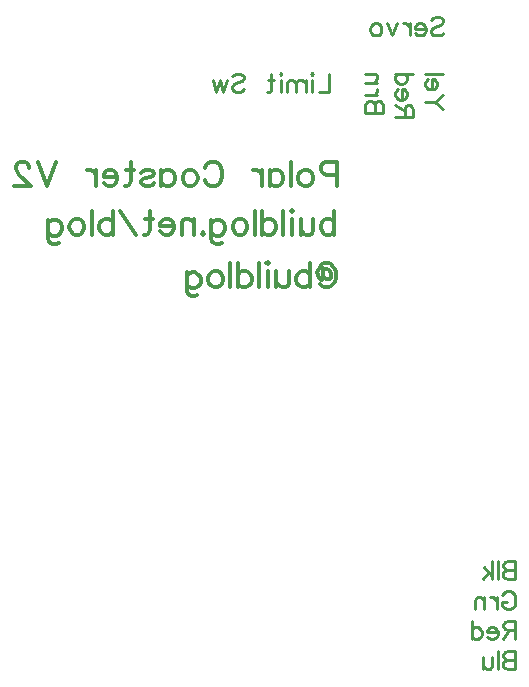
<source format=gbr>
G04 DipTrace 3.3.0.0*
G04 BottomSilk.gbr*
%MOIN*%
G04 #@! TF.FileFunction,Legend,Bot*
G04 #@! TF.Part,Single*
%ADD102C,0.009264*%
%ADD103C,0.012351*%
%FSLAX26Y26*%
G04*
G70*
G90*
G75*
G01*
G04 BotSilk*
%LPD*%
X2453102Y4169211D2*
D102*
X2392814D1*
Y4195077D1*
X2395732Y4203699D1*
X2398584Y4206551D1*
X2404288Y4209403D1*
X2412910D1*
X2418680Y4206551D1*
X2421532Y4203699D1*
X2424384Y4195077D1*
X2427302Y4203699D1*
X2430154Y4206551D1*
X2435858Y4209403D1*
X2441628D1*
X2447332Y4206551D1*
X2450250Y4203699D1*
X2453102Y4195077D1*
Y4169211D1*
X2424384D2*
Y4195077D1*
X2433006Y4227930D2*
X2392814D1*
X2415762D2*
X2424384Y4230848D1*
X2430154Y4236552D1*
X2433006Y4242322D1*
Y4250944D1*
Y4269471D2*
X2392814D1*
X2421532D2*
X2430154Y4278093D1*
X2433006Y4283864D1*
Y4292419D1*
X2430154Y4298189D1*
X2421532Y4301041D1*
X2392814D1*
X2524384Y4154952D2*
Y4180751D1*
X2527302Y4189373D1*
X2530154Y4192292D1*
X2535858Y4195143D1*
X2541628D1*
X2547332Y4192292D1*
X2550250Y4189373D1*
X2553102Y4180751D1*
Y4154951D1*
X2492814Y4154952D1*
X2524384Y4175048D2*
X2492814Y4195144D1*
X2515762Y4213671D2*
Y4248092D1*
X2521532D1*
X2527302Y4245241D1*
X2530154Y4242389D1*
X2533006Y4236618D1*
Y4227996D1*
X2530154Y4222293D1*
X2524384Y4216522D1*
X2515762Y4213671D1*
X2510058D1*
X2501436Y4216523D1*
X2495733Y4222293D1*
X2492814Y4227996D1*
Y4236619D1*
X2495733Y4242389D1*
X2501436Y4248092D1*
X2553102Y4301041D2*
X2492814D1*
X2524384D2*
X2530154Y4295338D1*
X2533006Y4289567D1*
Y4280945D1*
X2530154Y4275242D1*
X2524384Y4269471D1*
X2515762Y4266620D1*
X2510058D1*
X2501436Y4269471D1*
X2495732Y4275242D1*
X2492814Y4280945D1*
Y4289567D1*
X2495733Y4295338D1*
X2501436Y4301041D1*
X2653102Y4183670D2*
X2624384Y4206617D1*
X2592814D1*
X2653102Y4229565D2*
X2624384Y4206617D1*
X2615762Y4248092D2*
Y4282514D1*
X2621532D1*
X2627302Y4279662D1*
X2630154Y4276810D1*
X2633006Y4271040D1*
Y4262418D1*
X2630154Y4256714D1*
X2624384Y4250944D1*
X2615762Y4248092D1*
X2610058D1*
X2601436Y4250944D1*
X2595732Y4256715D1*
X2592814Y4262418D1*
Y4271040D1*
X2595732Y4276810D1*
X2601436Y4282514D1*
X2653102Y4301041D2*
X2592814D1*
X2613401Y4479429D2*
X2619105Y4485199D1*
X2627727Y4488051D1*
X2639201D1*
X2647823Y4485199D1*
X2653593Y4479429D1*
Y4473725D1*
X2650675Y4467955D1*
X2647823Y4465103D1*
X2642119Y4462251D1*
X2624875Y4456481D1*
X2619105Y4453629D1*
X2616253Y4450711D1*
X2613401Y4445007D1*
Y4436385D1*
X2619105Y4430681D1*
X2627727Y4427763D1*
X2639201D1*
X2647823Y4430681D1*
X2653593Y4436385D1*
X2594874Y4450711D2*
X2560452D1*
Y4456481D1*
X2563304Y4462251D1*
X2566156Y4465103D1*
X2571926Y4467955D1*
X2580548D1*
X2586252Y4465103D1*
X2592022Y4459333D1*
X2594874Y4450711D1*
Y4445007D1*
X2592022Y4436385D1*
X2586252Y4430681D1*
X2580548Y4427763D1*
X2571926D1*
X2566156Y4430681D1*
X2560452Y4436385D1*
X2541925Y4467955D2*
Y4427763D1*
Y4450711D2*
X2539007Y4459333D1*
X2533303Y4465103D1*
X2527533Y4467955D1*
X2518911D1*
X2500384D2*
X2483139Y4427763D1*
X2465962Y4467955D1*
X2433109D2*
X2438813Y4465103D1*
X2444583Y4459333D1*
X2447435Y4450711D1*
Y4445007D1*
X2444583Y4436385D1*
X2438813Y4430681D1*
X2433109Y4427763D1*
X2424487D1*
X2418717Y4430681D1*
X2413013Y4436385D1*
X2410094Y4445007D1*
Y4450711D1*
X2413013Y4459333D1*
X2418717Y4465103D1*
X2424487Y4467955D1*
X2433109D1*
X2272783Y4300551D2*
Y4240263D1*
X2238361D1*
X2219834Y4300551D2*
X2216982Y4297699D1*
X2214064Y4300551D1*
X2216982Y4303469D1*
X2219834Y4300551D1*
X2216982Y4280455D2*
Y4240263D1*
X2195537Y4280455D2*
Y4240263D1*
Y4268981D2*
X2186915Y4277603D1*
X2181144Y4280455D1*
X2172589D1*
X2166819Y4277603D1*
X2163967Y4268981D1*
Y4240263D1*
Y4268981D2*
X2155345Y4277603D1*
X2149575Y4280455D1*
X2141019D1*
X2135249Y4277603D1*
X2132330Y4268981D1*
Y4240263D1*
X2113803Y4300551D2*
X2110951Y4297699D1*
X2108033Y4300551D1*
X2110951Y4303469D1*
X2113803Y4300551D1*
X2110951Y4280455D2*
Y4240263D1*
X2080884Y4300551D2*
Y4251737D1*
X2078032Y4243181D1*
X2072262Y4240263D1*
X2066558D1*
X2089506Y4280455D2*
X2069410D1*
X1949518Y4291929D2*
X1955222Y4297699D1*
X1963844Y4300551D1*
X1975318D1*
X1983940Y4297699D1*
X1989710Y4291929D1*
Y4286225D1*
X1986792Y4280455D1*
X1983940Y4277603D1*
X1978236Y4274751D1*
X1960992Y4268981D1*
X1955222Y4266129D1*
X1952370Y4263211D1*
X1949518Y4257507D1*
Y4248885D1*
X1955222Y4243181D1*
X1963844Y4240263D1*
X1975318D1*
X1983940Y4243181D1*
X1989710Y4248885D1*
X1930991Y4280455D2*
X1919517Y4240263D1*
X1908043Y4280455D1*
X1896569Y4240263D1*
X1885095Y4280455D1*
X2297886Y3964174D2*
D103*
X2263398D1*
X2251990Y3967977D1*
X2248099Y3971868D1*
X2244297Y3979473D1*
Y3990969D1*
X2248099Y3998574D1*
X2251990Y4002465D1*
X2263398Y4006268D1*
X2297886D1*
Y3925884D1*
X2200493Y3979473D2*
X2208098Y3975670D1*
X2215792Y3967977D1*
X2219594Y3956481D1*
Y3948876D1*
X2215792Y3937380D1*
X2208098Y3929775D1*
X2200493Y3925884D1*
X2188997D1*
X2181303Y3929775D1*
X2173698Y3937380D1*
X2169807Y3948876D1*
Y3956481D1*
X2173698Y3967977D1*
X2181303Y3975670D1*
X2188997Y3979473D1*
X2200493D1*
X2145104Y4006268D2*
Y3925884D1*
X2074506Y3979473D2*
Y3925884D1*
Y3967977D2*
X2082111Y3975670D1*
X2089804Y3979473D1*
X2101212D1*
X2108906Y3975670D1*
X2116511Y3967977D1*
X2120402Y3956481D1*
Y3948876D1*
X2116511Y3937380D1*
X2108906Y3929775D1*
X2101212Y3925884D1*
X2089804D1*
X2082111Y3929775D1*
X2074506Y3937380D1*
X2049803Y3979473D2*
Y3925884D1*
Y3956481D2*
X2045912Y3967977D1*
X2038307Y3975670D1*
X2030613Y3979473D1*
X2019117D1*
X1859261Y3987167D2*
X1863064Y3994772D1*
X1870757Y4002465D1*
X1878362Y4006268D1*
X1893661D1*
X1901354Y4002465D1*
X1908960Y3994772D1*
X1912851Y3987167D1*
X1916653Y3975670D1*
Y3956481D1*
X1912851Y3945073D1*
X1908960Y3937380D1*
X1901354Y3929775D1*
X1893661Y3925884D1*
X1878362D1*
X1870757Y3929775D1*
X1863064Y3937380D1*
X1859261Y3945073D1*
X1815457Y3979473D2*
X1823062Y3975670D1*
X1830756Y3967977D1*
X1834558Y3956481D1*
Y3948876D1*
X1830756Y3937380D1*
X1823062Y3929775D1*
X1815457Y3925884D1*
X1803961D1*
X1796268Y3929775D1*
X1788663Y3937380D1*
X1784772Y3948876D1*
Y3956481D1*
X1788663Y3967977D1*
X1796268Y3975670D1*
X1803961Y3979473D1*
X1815457D1*
X1714173D2*
Y3925884D1*
Y3967977D2*
X1721778Y3975670D1*
X1729472Y3979473D1*
X1740879D1*
X1748573Y3975670D1*
X1756178Y3967977D1*
X1760069Y3956481D1*
Y3948876D1*
X1756178Y3937380D1*
X1748573Y3929775D1*
X1740879Y3925884D1*
X1729472D1*
X1721778Y3929775D1*
X1714173Y3937380D1*
X1647377Y3967977D2*
X1651179Y3975670D1*
X1662676Y3979473D1*
X1674172D1*
X1685668Y3975670D1*
X1689470Y3967977D1*
X1685668Y3960372D1*
X1677974Y3956481D1*
X1658873Y3952678D1*
X1651179Y3948876D1*
X1647377Y3941182D1*
Y3937380D1*
X1651179Y3929775D1*
X1662676Y3925884D1*
X1674172D1*
X1685668Y3929775D1*
X1689470Y3937380D1*
X1611178Y4006268D2*
Y3941182D1*
X1607376Y3929775D1*
X1599682Y3925884D1*
X1592077D1*
X1622674Y3979473D2*
X1595879D1*
X1567374Y3956481D2*
X1521478D1*
Y3964174D1*
X1525281Y3971868D1*
X1529083Y3975670D1*
X1536777Y3979473D1*
X1548273D1*
X1555878Y3975670D1*
X1563572Y3967977D1*
X1567374Y3956481D1*
Y3948876D1*
X1563572Y3937380D1*
X1555878Y3929775D1*
X1548273Y3925884D1*
X1536777D1*
X1529083Y3929775D1*
X1521478Y3937380D1*
X1496776Y3979473D2*
Y3925884D1*
Y3956481D2*
X1492885Y3967977D1*
X1485279Y3975670D1*
X1477586Y3979473D1*
X1466090D1*
X1363626Y4006268D2*
X1333028Y3925884D1*
X1302431Y4006268D1*
X1273837Y3987078D2*
Y3990881D1*
X1270035Y3998574D1*
X1266232Y4002377D1*
X1258539Y4006179D1*
X1243240D1*
X1235635Y4002377D1*
X1231832Y3998574D1*
X1227941Y3990881D1*
Y3983276D1*
X1231832Y3975582D1*
X1239438Y3964174D1*
X1277728Y3925884D1*
X1224139D1*
X2290592Y3843768D2*
Y3763384D1*
Y3805477D2*
X2282899Y3813170D1*
X2275294Y3816973D1*
X2263798D1*
X2256193Y3813170D1*
X2248499Y3805477D1*
X2244697Y3793981D1*
Y3786376D1*
X2248499Y3774880D1*
X2256193Y3767275D1*
X2263798Y3763384D1*
X2275294D1*
X2282899Y3767275D1*
X2290592Y3774880D1*
X2219994Y3816973D2*
Y3778682D1*
X2216191Y3767275D1*
X2208498Y3763384D1*
X2197002D1*
X2189396Y3767275D1*
X2177900Y3778682D1*
Y3816973D2*
Y3763384D1*
X2153198Y3843768D2*
X2149395Y3839965D1*
X2145504Y3843768D1*
X2149395Y3847659D1*
X2153198Y3843768D1*
X2149395Y3816973D2*
Y3763384D1*
X2120801Y3843768D2*
Y3763384D1*
X2050203Y3843768D2*
Y3763384D1*
Y3805477D2*
X2057808Y3813170D1*
X2065501Y3816973D1*
X2076997D1*
X2084602Y3813170D1*
X2092296Y3805477D1*
X2096099Y3793981D1*
Y3786376D1*
X2092296Y3774880D1*
X2084602Y3767275D1*
X2076997Y3763384D1*
X2065501D1*
X2057808Y3767275D1*
X2050203Y3774880D1*
X2025500Y3843768D2*
Y3763384D1*
X1981696Y3816973D2*
X1989301Y3813170D1*
X1996995Y3805477D1*
X2000797Y3793981D1*
Y3786376D1*
X1996995Y3774880D1*
X1989301Y3767275D1*
X1981696Y3763384D1*
X1970200D1*
X1962506Y3767275D1*
X1954901Y3774880D1*
X1951010Y3786376D1*
Y3793981D1*
X1954901Y3805477D1*
X1962506Y3813170D1*
X1970200Y3816973D1*
X1981696D1*
X1880412Y3813170D2*
Y3751888D1*
X1884214Y3740480D1*
X1888017Y3736589D1*
X1895710Y3732786D1*
X1907206D1*
X1914811Y3736589D1*
X1880412Y3801674D2*
X1888017Y3809279D1*
X1895710Y3813170D1*
X1907206D1*
X1914811Y3809279D1*
X1922505Y3801674D1*
X1926308Y3790178D1*
Y3782485D1*
X1922505Y3771077D1*
X1914811Y3763384D1*
X1907206Y3759581D1*
X1895710D1*
X1888017Y3763384D1*
X1880412Y3771077D1*
X1851906D2*
X1855709Y3767186D1*
X1851906Y3763384D1*
X1848015Y3767186D1*
X1851906Y3771077D1*
X1823313Y3816973D2*
Y3763384D1*
Y3801674D2*
X1811817Y3813170D1*
X1804123Y3816973D1*
X1792715D1*
X1785022Y3813170D1*
X1781219Y3801674D1*
Y3763384D1*
X1756517Y3793981D2*
X1710621D1*
Y3801674D1*
X1714423Y3809368D1*
X1718226Y3813170D1*
X1725919Y3816973D1*
X1737415D1*
X1745020Y3813170D1*
X1752714Y3805477D1*
X1756517Y3793981D1*
Y3786376D1*
X1752714Y3774880D1*
X1745020Y3767275D1*
X1737415Y3763384D1*
X1725919D1*
X1718226Y3767275D1*
X1710621Y3774880D1*
X1674422Y3843768D2*
Y3778682D1*
X1670619Y3767275D1*
X1662926Y3763384D1*
X1655321D1*
X1685918Y3816973D2*
X1659123D1*
X1630618Y3763384D2*
X1577029Y3843679D1*
X1552326Y3843768D2*
Y3763384D1*
Y3805477D2*
X1544632Y3813170D1*
X1537027Y3816973D1*
X1525531D1*
X1517926Y3813170D1*
X1510232Y3805477D1*
X1506430Y3793981D1*
Y3786376D1*
X1510232Y3774880D1*
X1517926Y3767275D1*
X1525531Y3763384D1*
X1537027D1*
X1544632Y3767275D1*
X1552326Y3774880D1*
X1481727Y3843768D2*
Y3763384D1*
X1437923Y3816973D2*
X1445528Y3813170D1*
X1453222Y3805477D1*
X1457024Y3793981D1*
Y3786376D1*
X1453222Y3774880D1*
X1445528Y3767275D1*
X1437923Y3763384D1*
X1426427D1*
X1418734Y3767275D1*
X1411129Y3774880D1*
X1407238Y3786376D1*
Y3793981D1*
X1411129Y3805477D1*
X1418734Y3813170D1*
X1426427Y3816973D1*
X1437923D1*
X1336639Y3813170D2*
Y3751888D1*
X1340441Y3740480D1*
X1344244Y3736589D1*
X1351938Y3732786D1*
X1363434D1*
X1371039Y3736589D1*
X1336639Y3801674D2*
X1344244Y3809279D1*
X1351938Y3813170D1*
X1363434D1*
X1371039Y3809279D1*
X1378732Y3801674D1*
X1382535Y3790178D1*
Y3782485D1*
X1378732Y3771077D1*
X1371039Y3763384D1*
X1363434Y3759581D1*
X1351938D1*
X1344244Y3763384D1*
X1336639Y3771077D1*
X2253124Y3649578D2*
X2264620D1*
X2272225Y3645776D1*
X2276116Y3641973D1*
X2279918Y3634279D1*
Y3618981D1*
X2276116Y3615178D1*
X2268422D1*
X2253124Y3618981D1*
X2249321Y3611376D1*
X2245518D1*
X2237825Y3618981D1*
X2234022Y3638082D1*
X2237825Y3649578D1*
X2241627Y3657272D1*
X2249321Y3664877D1*
X2256926Y3668679D1*
X2272225D1*
X2279918Y3664877D1*
X2287523Y3657272D1*
X2291414Y3649578D1*
X2295217Y3638082D1*
Y3618981D1*
X2291414Y3607485D1*
X2287523Y3599880D1*
X2279918Y3592186D1*
X2272225Y3588384D1*
X2256926D1*
X2249321Y3592186D1*
X2241627Y3599880D1*
X2253124Y3653381D2*
Y3618981D1*
X2209320Y3668768D2*
Y3588384D1*
Y3630477D2*
X2201626Y3638170D1*
X2194021Y3641973D1*
X2182525D1*
X2174920Y3638170D1*
X2167226Y3630477D1*
X2163424Y3618981D1*
Y3611376D1*
X2167226Y3599880D1*
X2174920Y3592275D1*
X2182525Y3588384D1*
X2194021D1*
X2201626Y3592275D1*
X2209320Y3599880D1*
X2138721Y3641973D2*
Y3603682D1*
X2134918Y3592275D1*
X2127225Y3588384D1*
X2115729D1*
X2108124Y3592275D1*
X2096628Y3603682D1*
Y3641973D2*
Y3588384D1*
X2071925Y3668768D2*
X2068122Y3664965D1*
X2064231Y3668768D1*
X2068122Y3672659D1*
X2071925Y3668768D1*
X2068122Y3641973D2*
Y3588384D1*
X2039529Y3668768D2*
Y3588384D1*
X1968930Y3668768D2*
Y3588384D1*
Y3630477D2*
X1976535Y3638170D1*
X1984229Y3641973D1*
X1995725D1*
X2003330Y3638170D1*
X2011023Y3630477D1*
X2014826Y3618981D1*
Y3611376D1*
X2011023Y3599880D1*
X2003330Y3592275D1*
X1995725Y3588384D1*
X1984229D1*
X1976535Y3592275D1*
X1968930Y3599880D1*
X1944227Y3668768D2*
Y3588384D1*
X1900423Y3641973D2*
X1908028Y3638170D1*
X1915722Y3630477D1*
X1919524Y3618981D1*
Y3611376D1*
X1915722Y3599880D1*
X1908028Y3592275D1*
X1900423Y3588384D1*
X1888927D1*
X1881234Y3592275D1*
X1873629Y3599880D1*
X1869738Y3611376D1*
Y3618981D1*
X1873629Y3630477D1*
X1881234Y3638170D1*
X1888927Y3641973D1*
X1900423D1*
X1799139Y3638170D2*
Y3576888D1*
X1802941Y3565480D1*
X1806744Y3561589D1*
X1814438Y3557786D1*
X1825934D1*
X1833539Y3561589D1*
X1799139Y3626674D2*
X1806744Y3634279D1*
X1814438Y3638170D1*
X1825934D1*
X1833539Y3634279D1*
X1841232Y3626674D1*
X1845035Y3615178D1*
Y3607485D1*
X1841232Y3596077D1*
X1833539Y3588384D1*
X1825934Y3584581D1*
X1814438D1*
X1806744Y3588384D1*
X1799139Y3596077D1*
X2850867Y2561225D2*
D102*
X2853719Y2566929D1*
X2859489Y2572699D1*
X2865193Y2575551D1*
X2876667D1*
X2882437Y2572699D1*
X2888141Y2566929D1*
X2891059Y2561225D1*
X2893911Y2552603D1*
Y2538211D1*
X2891059Y2529655D1*
X2888141Y2523885D1*
X2882437Y2518181D1*
X2876667Y2515263D1*
X2865193D1*
X2859489Y2518181D1*
X2853719Y2523885D1*
X2850867Y2529655D1*
Y2538211D1*
X2865193D1*
X2832340Y2555455D2*
Y2515263D1*
Y2538211D2*
X2829422Y2546833D1*
X2823718Y2552603D1*
X2817948Y2555455D1*
X2809326D1*
X2790799D2*
Y2515263D1*
Y2543981D2*
X2782177Y2552603D1*
X2776407Y2555455D1*
X2767851D1*
X2762081Y2552603D1*
X2759229Y2543981D1*
Y2515263D1*
X2893911Y2675551D2*
Y2615263D1*
X2868045D1*
X2859423Y2618181D1*
X2856571Y2621033D1*
X2853719Y2626737D1*
Y2635359D1*
X2856571Y2641129D1*
X2859423Y2643981D1*
X2868045Y2646833D1*
X2859423Y2649751D1*
X2856571Y2652603D1*
X2853719Y2658307D1*
Y2664077D1*
X2856571Y2669781D1*
X2859423Y2672699D1*
X2868045Y2675551D1*
X2893911D1*
Y2646833D2*
X2868045D1*
X2835192Y2675551D2*
Y2615263D1*
X2816665Y2675551D2*
Y2615263D1*
X2787947Y2655455D2*
X2816665Y2626737D1*
X2805191Y2638211D2*
X2785095Y2615263D1*
X2893911Y2446833D2*
X2868111D1*
X2859489Y2449751D1*
X2856571Y2452603D1*
X2853719Y2458307D1*
Y2464077D1*
X2856571Y2469781D1*
X2859489Y2472699D1*
X2868111Y2475551D1*
X2893911D1*
Y2415263D1*
X2873815Y2446833D2*
X2853719Y2415263D1*
X2835192Y2438211D2*
X2800770D1*
Y2443981D1*
X2803622Y2449751D1*
X2806474Y2452603D1*
X2812244Y2455455D1*
X2820866D1*
X2826570Y2452603D1*
X2832340Y2446833D1*
X2835192Y2438211D1*
Y2432507D1*
X2832340Y2423885D1*
X2826570Y2418181D1*
X2820866Y2415263D1*
X2812244D1*
X2806474Y2418181D1*
X2800770Y2423885D1*
X2747821Y2475551D2*
Y2415263D1*
Y2446833D2*
X2753525Y2452603D1*
X2759295Y2455455D1*
X2767917D1*
X2773621Y2452603D1*
X2779391Y2446833D1*
X2782243Y2438211D1*
Y2432507D1*
X2779391Y2423885D1*
X2773621Y2418181D1*
X2767917Y2415263D1*
X2759295D1*
X2753525Y2418181D1*
X2747821Y2423885D1*
X2893911Y2375551D2*
Y2315263D1*
X2868045D1*
X2859423Y2318181D1*
X2856571Y2321033D1*
X2853719Y2326737D1*
Y2335359D1*
X2856571Y2341129D1*
X2859423Y2343981D1*
X2868045Y2346833D1*
X2859423Y2349751D1*
X2856571Y2352603D1*
X2853719Y2358307D1*
Y2364077D1*
X2856571Y2369781D1*
X2859423Y2372699D1*
X2868045Y2375551D1*
X2893911D1*
Y2346833D2*
X2868045D1*
X2835192Y2375551D2*
Y2315263D1*
X2816665Y2355455D2*
Y2326737D1*
X2813813Y2318181D1*
X2808043Y2315263D1*
X2799421D1*
X2793717Y2318181D1*
X2785095Y2326737D1*
Y2355455D2*
Y2315263D1*
M02*

</source>
